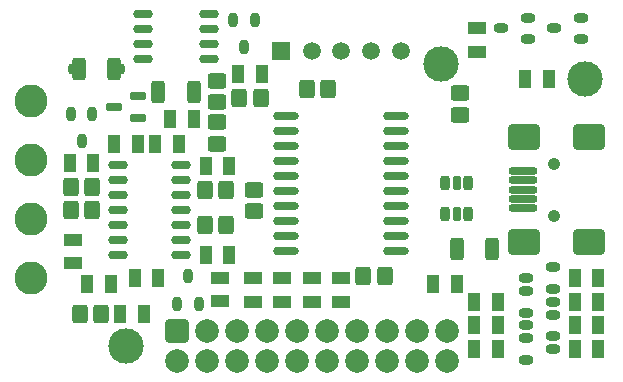
<source format=gts>
%FSLAX44Y44*%
%MOMM*%
G71*
G01*
G75*
G04 Layer_Color=8388736*
G04:AMPARAMS|DCode=10|XSize=1.05mm|YSize=0.65mm|CornerRadius=0.2015mm|HoleSize=0mm|Usage=FLASHONLY|Rotation=180.000|XOffset=0mm|YOffset=0mm|HoleType=Round|Shape=RoundedRectangle|*
%AMROUNDEDRECTD10*
21,1,1.0500,0.2470,0,0,180.0*
21,1,0.6470,0.6500,0,0,180.0*
1,1,0.4030,-0.3235,0.1235*
1,1,0.4030,0.3235,0.1235*
1,1,0.4030,0.3235,-0.1235*
1,1,0.4030,-0.3235,-0.1235*
%
%ADD10ROUNDEDRECTD10*%
G04:AMPARAMS|DCode=11|XSize=1.45mm|YSize=0.95mm|CornerRadius=0.1995mm|HoleSize=0mm|Usage=FLASHONLY|Rotation=90.000|XOffset=0mm|YOffset=0mm|HoleType=Round|Shape=RoundedRectangle|*
%AMROUNDEDRECTD11*
21,1,1.4500,0.5510,0,0,90.0*
21,1,1.0510,0.9500,0,0,90.0*
1,1,0.3990,0.2755,0.5255*
1,1,0.3990,0.2755,-0.5255*
1,1,0.3990,-0.2755,-0.5255*
1,1,0.3990,-0.2755,0.5255*
%
%ADD11ROUNDEDRECTD11*%
G04:AMPARAMS|DCode=12|XSize=1.45mm|YSize=1.15mm|CornerRadius=0.2013mm|HoleSize=0mm|Usage=FLASHONLY|Rotation=270.000|XOffset=0mm|YOffset=0mm|HoleType=Round|Shape=RoundedRectangle|*
%AMROUNDEDRECTD12*
21,1,1.4500,0.7475,0,0,270.0*
21,1,1.0475,1.1500,0,0,270.0*
1,1,0.4025,-0.3738,-0.5238*
1,1,0.4025,-0.3738,0.5238*
1,1,0.4025,0.3738,0.5238*
1,1,0.4025,0.3738,-0.5238*
%
%ADD12ROUNDEDRECTD12*%
G04:AMPARAMS|DCode=13|XSize=1.45mm|YSize=0.95mm|CornerRadius=0.1995mm|HoleSize=0mm|Usage=FLASHONLY|Rotation=0.000|XOffset=0mm|YOffset=0mm|HoleType=Round|Shape=RoundedRectangle|*
%AMROUNDEDRECTD13*
21,1,1.4500,0.5510,0,0,0.0*
21,1,1.0510,0.9500,0,0,0.0*
1,1,0.3990,0.5255,-0.2755*
1,1,0.3990,-0.5255,-0.2755*
1,1,0.3990,-0.5255,0.2755*
1,1,0.3990,0.5255,0.2755*
%
%ADD13ROUNDEDRECTD13*%
G04:AMPARAMS|DCode=14|XSize=1.1mm|YSize=0.7mm|CornerRadius=0.2345mm|HoleSize=0mm|Usage=FLASHONLY|Rotation=270.000|XOffset=0mm|YOffset=0mm|HoleType=Round|Shape=RoundedRectangle|*
%AMROUNDEDRECTD14*
21,1,1.1000,0.2310,0,0,270.0*
21,1,0.6310,0.7000,0,0,270.0*
1,1,0.4690,-0.1155,-0.3155*
1,1,0.4690,-0.1155,0.3155*
1,1,0.4690,0.1155,0.3155*
1,1,0.4690,0.1155,-0.3155*
%
%ADD14ROUNDEDRECTD14*%
G04:AMPARAMS|DCode=15|XSize=1.1mm|YSize=0.6mm|CornerRadius=0.201mm|HoleSize=0mm|Usage=FLASHONLY|Rotation=270.000|XOffset=0mm|YOffset=0mm|HoleType=Round|Shape=RoundedRectangle|*
%AMROUNDEDRECTD15*
21,1,1.1000,0.1980,0,0,270.0*
21,1,0.6980,0.6000,0,0,270.0*
1,1,0.4020,-0.0990,-0.3490*
1,1,0.4020,-0.0990,0.3490*
1,1,0.4020,0.0990,0.3490*
1,1,0.4020,0.0990,-0.3490*
%
%ADD15ROUNDEDRECTD15*%
G04:AMPARAMS|DCode=16|XSize=2.3mm|YSize=0.5mm|CornerRadius=0.2mm|HoleSize=0mm|Usage=FLASHONLY|Rotation=180.000|XOffset=0mm|YOffset=0mm|HoleType=Round|Shape=RoundedRectangle|*
%AMROUNDEDRECTD16*
21,1,2.3000,0.1000,0,0,180.0*
21,1,1.9000,0.5000,0,0,180.0*
1,1,0.4000,-0.9500,0.0500*
1,1,0.4000,0.9500,0.0500*
1,1,0.4000,0.9500,-0.0500*
1,1,0.4000,-0.9500,-0.0500*
%
%ADD16ROUNDEDRECTD16*%
G04:AMPARAMS|DCode=17|XSize=2.5mm|YSize=2mm|CornerRadius=0.2mm|HoleSize=0mm|Usage=FLASHONLY|Rotation=180.000|XOffset=0mm|YOffset=0mm|HoleType=Round|Shape=RoundedRectangle|*
%AMROUNDEDRECTD17*
21,1,2.5000,1.6000,0,0,180.0*
21,1,2.1000,2.0000,0,0,180.0*
1,1,0.4000,-1.0500,0.8000*
1,1,0.4000,1.0500,0.8000*
1,1,0.4000,1.0500,-0.8000*
1,1,0.4000,-1.0500,-0.8000*
%
%ADD17ROUNDEDRECTD17*%
G04:AMPARAMS|DCode=18|XSize=1.45mm|YSize=1.15mm|CornerRadius=0.2013mm|HoleSize=0mm|Usage=FLASHONLY|Rotation=0.000|XOffset=0mm|YOffset=0mm|HoleType=Round|Shape=RoundedRectangle|*
%AMROUNDEDRECTD18*
21,1,1.4500,0.7475,0,0,0.0*
21,1,1.0475,1.1500,0,0,0.0*
1,1,0.4025,0.5238,-0.3738*
1,1,0.4025,-0.5238,-0.3738*
1,1,0.4025,-0.5238,0.3738*
1,1,0.4025,0.5238,0.3738*
%
%ADD18ROUNDEDRECTD18*%
G04:AMPARAMS|DCode=19|XSize=1.75mm|YSize=1.05mm|CornerRadius=0.1995mm|HoleSize=0mm|Usage=FLASHONLY|Rotation=270.000|XOffset=0mm|YOffset=0mm|HoleType=Round|Shape=RoundedRectangle|*
%AMROUNDEDRECTD19*
21,1,1.7500,0.6510,0,0,270.0*
21,1,1.3510,1.0500,0,0,270.0*
1,1,0.3990,-0.3255,-0.6755*
1,1,0.3990,-0.3255,0.6755*
1,1,0.3990,0.3255,0.6755*
1,1,0.3990,0.3255,-0.6755*
%
%ADD19ROUNDEDRECTD19*%
G04:AMPARAMS|DCode=20|XSize=1.05mm|YSize=0.65mm|CornerRadius=0.2015mm|HoleSize=0mm|Usage=FLASHONLY|Rotation=90.000|XOffset=0mm|YOffset=0mm|HoleType=Round|Shape=RoundedRectangle|*
%AMROUNDEDRECTD20*
21,1,1.0500,0.2470,0,0,90.0*
21,1,0.6470,0.6500,0,0,90.0*
1,1,0.4030,0.1235,0.3235*
1,1,0.4030,0.1235,-0.3235*
1,1,0.4030,-0.1235,-0.3235*
1,1,0.4030,-0.1235,0.3235*
%
%ADD20ROUNDEDRECTD20*%
%ADD21O,1.5500X0.6000*%
G04:AMPARAMS|DCode=22|XSize=1.25mm|YSize=0.6mm|CornerRadius=0.201mm|HoleSize=0mm|Usage=FLASHONLY|Rotation=180.000|XOffset=0mm|YOffset=0mm|HoleType=Round|Shape=RoundedRectangle|*
%AMROUNDEDRECTD22*
21,1,1.2500,0.1980,0,0,180.0*
21,1,0.8480,0.6000,0,0,180.0*
1,1,0.4020,-0.4240,0.0990*
1,1,0.4020,0.4240,0.0990*
1,1,0.4020,0.4240,-0.0990*
1,1,0.4020,-0.4240,-0.0990*
%
%ADD22ROUNDEDRECTD22*%
G04:AMPARAMS|DCode=23|XSize=1mm|YSize=0.75mm|CornerRadius=0.1988mm|HoleSize=0mm|Usage=FLASHONLY|Rotation=180.000|XOffset=0mm|YOffset=0mm|HoleType=Round|Shape=RoundedRectangle|*
%AMROUNDEDRECTD23*
21,1,1.0000,0.3525,0,0,180.0*
21,1,0.6025,0.7500,0,0,180.0*
1,1,0.3975,-0.3013,0.1762*
1,1,0.3975,0.3013,0.1762*
1,1,0.3975,0.3013,-0.1762*
1,1,0.3975,-0.3013,-0.1762*
%
%ADD23ROUNDEDRECTD23*%
%ADD24O,2.0000X0.6000*%
%ADD25C,0.5000*%
%ADD26C,0.2500*%
%ADD27C,0.4000*%
%ADD28C,0.3000*%
%ADD29C,2.8000*%
%ADD30C,0.5000*%
%ADD31C,1.8500*%
G04:AMPARAMS|DCode=32|XSize=1.85mm|YSize=1.85mm|CornerRadius=0.2035mm|HoleSize=0mm|Usage=FLASHONLY|Rotation=0.000|XOffset=0mm|YOffset=0mm|HoleType=Round|Shape=RoundedRectangle|*
%AMROUNDEDRECTD32*
21,1,1.8500,1.4430,0,0,0.0*
21,1,1.4430,1.8500,0,0,0.0*
1,1,0.4070,0.7215,-0.7215*
1,1,0.4070,-0.7215,-0.7215*
1,1,0.4070,-0.7215,0.7215*
1,1,0.4070,0.7215,0.7215*
%
%ADD32ROUNDEDRECTD32*%
%ADD33C,2.6500*%
%ADD34C,1.3000*%
%ADD35R,1.3000X1.3000*%
%ADD36C,1.0000*%
%ADD37C,0.1500*%
%ADD38C,0.2000*%
%ADD39C,0.1000*%
G04:AMPARAMS|DCode=40|XSize=1.2mm|YSize=0.8mm|CornerRadius=0.2765mm|HoleSize=0mm|Usage=FLASHONLY|Rotation=180.000|XOffset=0mm|YOffset=0mm|HoleType=Round|Shape=RoundedRectangle|*
%AMROUNDEDRECTD40*
21,1,1.2000,0.2470,0,0,180.0*
21,1,0.6470,0.8000,0,0,180.0*
1,1,0.5530,-0.3235,0.1235*
1,1,0.5530,0.3235,0.1235*
1,1,0.5530,0.3235,-0.1235*
1,1,0.5530,-0.3235,-0.1235*
%
%ADD40ROUNDEDRECTD40*%
G04:AMPARAMS|DCode=41|XSize=1.6mm|YSize=1.1mm|CornerRadius=0.2745mm|HoleSize=0mm|Usage=FLASHONLY|Rotation=90.000|XOffset=0mm|YOffset=0mm|HoleType=Round|Shape=RoundedRectangle|*
%AMROUNDEDRECTD41*
21,1,1.6000,0.5510,0,0,90.0*
21,1,1.0510,1.1000,0,0,90.0*
1,1,0.5490,0.2755,0.5255*
1,1,0.5490,0.2755,-0.5255*
1,1,0.5490,-0.2755,-0.5255*
1,1,0.5490,-0.2755,0.5255*
%
%ADD41ROUNDEDRECTD41*%
G04:AMPARAMS|DCode=42|XSize=1.6mm|YSize=1.3mm|CornerRadius=0.2763mm|HoleSize=0mm|Usage=FLASHONLY|Rotation=270.000|XOffset=0mm|YOffset=0mm|HoleType=Round|Shape=RoundedRectangle|*
%AMROUNDEDRECTD42*
21,1,1.6000,0.7475,0,0,270.0*
21,1,1.0475,1.3000,0,0,270.0*
1,1,0.5525,-0.3738,-0.5238*
1,1,0.5525,-0.3738,0.5238*
1,1,0.5525,0.3738,0.5238*
1,1,0.5525,0.3738,-0.5238*
%
%ADD42ROUNDEDRECTD42*%
G04:AMPARAMS|DCode=43|XSize=1.6mm|YSize=1.1mm|CornerRadius=0.2745mm|HoleSize=0mm|Usage=FLASHONLY|Rotation=0.000|XOffset=0mm|YOffset=0mm|HoleType=Round|Shape=RoundedRectangle|*
%AMROUNDEDRECTD43*
21,1,1.6000,0.5510,0,0,0.0*
21,1,1.0510,1.1000,0,0,0.0*
1,1,0.5490,0.5255,-0.2755*
1,1,0.5490,-0.5255,-0.2755*
1,1,0.5490,-0.5255,0.2755*
1,1,0.5490,0.5255,0.2755*
%
%ADD43ROUNDEDRECTD43*%
G04:AMPARAMS|DCode=44|XSize=1.25mm|YSize=0.85mm|CornerRadius=0.3095mm|HoleSize=0mm|Usage=FLASHONLY|Rotation=270.000|XOffset=0mm|YOffset=0mm|HoleType=Round|Shape=RoundedRectangle|*
%AMROUNDEDRECTD44*
21,1,1.2500,0.2310,0,0,270.0*
21,1,0.6310,0.8500,0,0,270.0*
1,1,0.6190,-0.1155,-0.3155*
1,1,0.6190,-0.1155,0.3155*
1,1,0.6190,0.1155,0.3155*
1,1,0.6190,0.1155,-0.3155*
%
%ADD44ROUNDEDRECTD44*%
G04:AMPARAMS|DCode=45|XSize=1.25mm|YSize=0.75mm|CornerRadius=0.276mm|HoleSize=0mm|Usage=FLASHONLY|Rotation=270.000|XOffset=0mm|YOffset=0mm|HoleType=Round|Shape=RoundedRectangle|*
%AMROUNDEDRECTD45*
21,1,1.2500,0.1980,0,0,270.0*
21,1,0.6980,0.7500,0,0,270.0*
1,1,0.5520,-0.0990,-0.3490*
1,1,0.5520,-0.0990,0.3490*
1,1,0.5520,0.0990,0.3490*
1,1,0.5520,0.0990,-0.3490*
%
%ADD45ROUNDEDRECTD45*%
G04:AMPARAMS|DCode=46|XSize=2.45mm|YSize=0.65mm|CornerRadius=0.275mm|HoleSize=0mm|Usage=FLASHONLY|Rotation=180.000|XOffset=0mm|YOffset=0mm|HoleType=Round|Shape=RoundedRectangle|*
%AMROUNDEDRECTD46*
21,1,2.4500,0.1000,0,0,180.0*
21,1,1.9000,0.6500,0,0,180.0*
1,1,0.5500,-0.9500,0.0500*
1,1,0.5500,0.9500,0.0500*
1,1,0.5500,0.9500,-0.0500*
1,1,0.5500,-0.9500,-0.0500*
%
%ADD46ROUNDEDRECTD46*%
G04:AMPARAMS|DCode=47|XSize=2.65mm|YSize=2.15mm|CornerRadius=0.275mm|HoleSize=0mm|Usage=FLASHONLY|Rotation=180.000|XOffset=0mm|YOffset=0mm|HoleType=Round|Shape=RoundedRectangle|*
%AMROUNDEDRECTD47*
21,1,2.6500,1.6000,0,0,180.0*
21,1,2.1000,2.1500,0,0,180.0*
1,1,0.5500,-1.0500,0.8000*
1,1,0.5500,1.0500,0.8000*
1,1,0.5500,1.0500,-0.8000*
1,1,0.5500,-1.0500,-0.8000*
%
%ADD47ROUNDEDRECTD47*%
G04:AMPARAMS|DCode=48|XSize=1.6mm|YSize=1.3mm|CornerRadius=0.2763mm|HoleSize=0mm|Usage=FLASHONLY|Rotation=0.000|XOffset=0mm|YOffset=0mm|HoleType=Round|Shape=RoundedRectangle|*
%AMROUNDEDRECTD48*
21,1,1.6000,0.7475,0,0,0.0*
21,1,1.0475,1.3000,0,0,0.0*
1,1,0.5525,0.5238,-0.3738*
1,1,0.5525,-0.5238,-0.3738*
1,1,0.5525,-0.5238,0.3738*
1,1,0.5525,0.5238,0.3738*
%
%ADD48ROUNDEDRECTD48*%
G04:AMPARAMS|DCode=49|XSize=1.9mm|YSize=1.2mm|CornerRadius=0.2745mm|HoleSize=0mm|Usage=FLASHONLY|Rotation=270.000|XOffset=0mm|YOffset=0mm|HoleType=Round|Shape=RoundedRectangle|*
%AMROUNDEDRECTD49*
21,1,1.9000,0.6510,0,0,270.0*
21,1,1.3510,1.2000,0,0,270.0*
1,1,0.5490,-0.3255,-0.6755*
1,1,0.5490,-0.3255,0.6755*
1,1,0.5490,0.3255,0.6755*
1,1,0.5490,0.3255,-0.6755*
%
%ADD49ROUNDEDRECTD49*%
G04:AMPARAMS|DCode=50|XSize=1.2mm|YSize=0.8mm|CornerRadius=0.2765mm|HoleSize=0mm|Usage=FLASHONLY|Rotation=90.000|XOffset=0mm|YOffset=0mm|HoleType=Round|Shape=RoundedRectangle|*
%AMROUNDEDRECTD50*
21,1,1.2000,0.2470,0,0,90.0*
21,1,0.6470,0.8000,0,0,90.0*
1,1,0.5530,0.1235,0.3235*
1,1,0.5530,0.1235,-0.3235*
1,1,0.5530,-0.1235,-0.3235*
1,1,0.5530,-0.1235,0.3235*
%
%ADD50ROUNDEDRECTD50*%
%ADD51O,1.7000X0.7500*%
G04:AMPARAMS|DCode=52|XSize=1.4mm|YSize=0.75mm|CornerRadius=0.276mm|HoleSize=0mm|Usage=FLASHONLY|Rotation=180.000|XOffset=0mm|YOffset=0mm|HoleType=Round|Shape=RoundedRectangle|*
%AMROUNDEDRECTD52*
21,1,1.4000,0.1980,0,0,180.0*
21,1,0.8480,0.7500,0,0,180.0*
1,1,0.5520,-0.4240,0.0990*
1,1,0.5520,0.4240,0.0990*
1,1,0.5520,0.4240,-0.0990*
1,1,0.5520,-0.4240,-0.0990*
%
%ADD52ROUNDEDRECTD52*%
G04:AMPARAMS|DCode=53|XSize=1.15mm|YSize=0.9mm|CornerRadius=0.2737mm|HoleSize=0mm|Usage=FLASHONLY|Rotation=180.000|XOffset=0mm|YOffset=0mm|HoleType=Round|Shape=RoundedRectangle|*
%AMROUNDEDRECTD53*
21,1,1.1500,0.3525,0,0,180.0*
21,1,0.6025,0.9000,0,0,180.0*
1,1,0.5475,-0.3013,0.1762*
1,1,0.5475,0.3013,0.1762*
1,1,0.5475,0.3013,-0.1762*
1,1,0.5475,-0.3013,-0.1762*
%
%ADD53ROUNDEDRECTD53*%
%ADD54O,2.1500X0.7500*%
%ADD55C,3.0032*%
%ADD56C,1.0500*%
%ADD57C,2.0000*%
G04:AMPARAMS|DCode=58|XSize=2mm|YSize=2mm|CornerRadius=0.2785mm|HoleSize=0mm|Usage=FLASHONLY|Rotation=0.000|XOffset=0mm|YOffset=0mm|HoleType=Round|Shape=RoundedRectangle|*
%AMROUNDEDRECTD58*
21,1,2.0000,1.4430,0,0,0.0*
21,1,1.4430,2.0000,0,0,0.0*
1,1,0.5570,0.7215,-0.7215*
1,1,0.5570,-0.7215,-0.7215*
1,1,0.5570,-0.7215,0.7215*
1,1,0.5570,0.7215,0.7215*
%
%ADD58ROUNDEDRECTD58*%
%ADD59C,2.8000*%
%ADD60C,1.5032*%
%ADD61R,1.5032X1.5032*%
D40*
X467500Y296500D02*
D03*
X490500Y305700D02*
D03*
Y287300D02*
D03*
X422500Y296500D02*
D03*
X445500Y305700D02*
D03*
Y287300D02*
D03*
X443500Y74200D02*
D03*
Y55800D02*
D03*
X466500Y65000D02*
D03*
X443500Y34200D02*
D03*
Y15800D02*
D03*
X466500Y25000D02*
D03*
Y75800D02*
D03*
Y94200D02*
D03*
X443500Y85000D02*
D03*
X466500Y35800D02*
D03*
Y54200D02*
D03*
X443500Y45000D02*
D03*
D41*
X443000Y253500D02*
D03*
X463000D02*
D03*
X505000Y85000D02*
D03*
X485000D02*
D03*
X505000Y65000D02*
D03*
X485000D02*
D03*
X505000Y45000D02*
D03*
X485000D02*
D03*
X505000Y25000D02*
D03*
X485000D02*
D03*
X100000Y55000D02*
D03*
X120000D02*
D03*
X72500Y80000D02*
D03*
X92500D02*
D03*
X132500Y85000D02*
D03*
X112500D02*
D03*
X95000Y199000D02*
D03*
X115000D02*
D03*
X192500Y180000D02*
D03*
X172500D02*
D03*
X192500Y105000D02*
D03*
X172500D02*
D03*
X57500Y182500D02*
D03*
X77500D02*
D03*
X150000Y199000D02*
D03*
X130000D02*
D03*
X200000Y257500D02*
D03*
X220000D02*
D03*
X385000Y80000D02*
D03*
X365000D02*
D03*
X420000Y65000D02*
D03*
X400000D02*
D03*
X420000Y45000D02*
D03*
X400000D02*
D03*
X420000Y25000D02*
D03*
X400000D02*
D03*
X162500Y220000D02*
D03*
X142500D02*
D03*
D42*
X306000Y87000D02*
D03*
X324000D02*
D03*
X84000Y55000D02*
D03*
X66000D02*
D03*
X172000Y160000D02*
D03*
X190000D02*
D03*
X172000Y130000D02*
D03*
X190000D02*
D03*
X76500Y162500D02*
D03*
X58500D02*
D03*
X76500Y142500D02*
D03*
X58500D02*
D03*
X258500Y245000D02*
D03*
X276500D02*
D03*
X219000Y237500D02*
D03*
X201000D02*
D03*
D43*
X402000Y296500D02*
D03*
Y276500D02*
D03*
X212500Y65000D02*
D03*
Y85000D02*
D03*
X60000Y117500D02*
D03*
Y97500D02*
D03*
X237500Y65000D02*
D03*
Y85000D02*
D03*
X262500Y65000D02*
D03*
Y85000D02*
D03*
X287500Y65000D02*
D03*
Y85000D02*
D03*
X185000Y85500D02*
D03*
Y65500D02*
D03*
D44*
X394500Y139500D02*
D03*
X375500D02*
D03*
Y165500D02*
D03*
X394500D02*
D03*
D45*
X385000Y139500D02*
D03*
Y165500D02*
D03*
D46*
X441500Y144000D02*
D03*
Y152000D02*
D03*
Y160000D02*
D03*
Y168000D02*
D03*
Y176000D02*
D03*
D47*
X442500Y204500D02*
D03*
X497500D02*
D03*
Y115500D02*
D03*
X442500D02*
D03*
D48*
X387500Y241500D02*
D03*
Y223500D02*
D03*
X182500Y252000D02*
D03*
Y234000D02*
D03*
Y217000D02*
D03*
Y199000D02*
D03*
X213500Y160000D02*
D03*
Y142000D02*
D03*
D49*
X385000Y110000D02*
D03*
X415000D02*
D03*
X65000Y262500D02*
D03*
X95000D02*
D03*
X132500Y242500D02*
D03*
X162500D02*
D03*
D50*
X148300Y63500D02*
D03*
X166700D02*
D03*
X157500Y86500D02*
D03*
X76700Y224000D02*
D03*
X58300D02*
D03*
X67500Y201000D02*
D03*
X214500Y304000D02*
D03*
X195500D02*
D03*
X205000Y281000D02*
D03*
D51*
X119500Y270950D02*
D03*
Y283650D02*
D03*
Y296350D02*
D03*
Y309050D02*
D03*
X175500D02*
D03*
Y296350D02*
D03*
Y283650D02*
D03*
Y270950D02*
D03*
X98000Y180600D02*
D03*
Y167900D02*
D03*
Y155200D02*
D03*
Y142500D02*
D03*
Y129800D02*
D03*
Y117100D02*
D03*
Y104400D02*
D03*
X152000D02*
D03*
Y117100D02*
D03*
Y129800D02*
D03*
Y142500D02*
D03*
Y155200D02*
D03*
Y167900D02*
D03*
Y180600D02*
D03*
D52*
X95000Y230000D02*
D03*
X115000Y239500D02*
D03*
Y220500D02*
D03*
D53*
X62000Y262500D02*
D03*
X98000D02*
D03*
D54*
X334000Y222150D02*
D03*
Y209450D02*
D03*
Y196750D02*
D03*
Y184050D02*
D03*
Y171350D02*
D03*
Y158650D02*
D03*
Y145950D02*
D03*
Y133250D02*
D03*
Y120550D02*
D03*
Y107850D02*
D03*
X241000D02*
D03*
Y120550D02*
D03*
Y133250D02*
D03*
Y145950D02*
D03*
Y158650D02*
D03*
Y171350D02*
D03*
Y184050D02*
D03*
Y196750D02*
D03*
Y209450D02*
D03*
Y222150D02*
D03*
D55*
X494000Y253500D02*
D03*
X372000Y266000D02*
D03*
X105500Y27500D02*
D03*
D56*
X467500Y138000D02*
D03*
Y182000D02*
D03*
D57*
X376800Y14800D02*
D03*
Y40200D02*
D03*
X351400Y14800D02*
D03*
Y40200D02*
D03*
X326000Y14800D02*
D03*
Y40200D02*
D03*
X300600Y14800D02*
D03*
Y40200D02*
D03*
X275200Y14800D02*
D03*
Y40200D02*
D03*
X249800Y14800D02*
D03*
Y40200D02*
D03*
X224400Y14800D02*
D03*
Y40200D02*
D03*
X199000Y14800D02*
D03*
Y40200D02*
D03*
X173600Y14800D02*
D03*
Y40200D02*
D03*
X148200Y14800D02*
D03*
D58*
Y40200D02*
D03*
D59*
X25000Y235000D02*
D03*
Y185000D02*
D03*
Y135000D02*
D03*
Y85000D02*
D03*
D60*
X338250Y277500D02*
D03*
X312750D02*
D03*
X287250D02*
D03*
X262250D02*
D03*
D61*
X236750D02*
D03*
M02*

</source>
